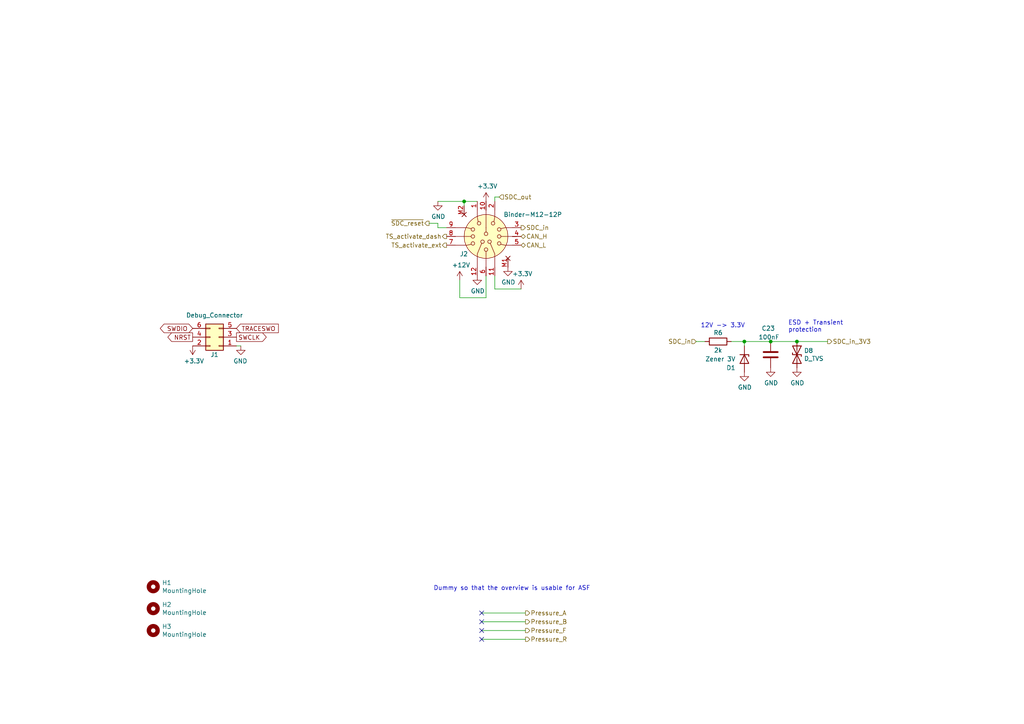
<source format=kicad_sch>
(kicad_sch (version 20211123) (generator eeschema)
  (paper "A4")
  (title_block (title "SDCL - Connections") (date "2021-12-16") (rev "v1.0") (company "FaSTTUBe - Formula Student Team TU Berlin") (comment 1 "Car 113") (comment 2 "EBS Electronics") (comment 3 "Electrical connections: Power, Programming, Buttons, CAN, SDC"))
  (lib_symbols
    (symbol "Connector_Generic:Conn_02x03_Odd_Even" (pin_names (offset 1.016) hide)
      (property "Reference" "J" (at 1.27 5.08 0))
      (property "Value" "Conn_02x03_Odd_Even" (at 1.27 -5.08 0))
      (symbol "Conn_02x03_Odd_Even_1_1"
        (rectangle (start -1.27 -2.413) (end 0 -2.667) (stroke (width 0.1524)))
        (rectangle (start -1.27 0.127) (end 0 -0.127) (stroke (width 0.1524)))
        (rectangle (start -1.27 2.667) (end 0 2.413) (stroke (width 0.1524)))
        (rectangle (start -1.27 3.81) (end 3.81 -3.81) (stroke (width 0.254)) (fill (type background)))
        (rectangle (start 3.81 -2.413) (end 2.54 -2.667) (stroke (width 0.1524)))
        (rectangle (start 3.81 0.127) (end 2.54 -0.127) (stroke (width 0.1524)))
        (rectangle (start 3.81 2.667) (end 2.54 2.413) (stroke (width 0.1524)))
        (pin passive line (at -5.08 2.54 0) (length 3.81) (name "Pin_1") (number "1"))
        (pin passive line (at 7.62 2.54 180) (length 3.81) (name "Pin_2") (number "2"))
        (pin passive line (at -5.08 0 0) (length 3.81) (name "Pin_3") (number "3"))
        (pin passive line (at 7.62 0 180) (length 3.81) (name "Pin_4") (number "4"))
        (pin passive line (at -5.08 -2.54 0) (length 3.81) (name "Pin_5") (number "5"))
        (pin passive line (at 7.62 -2.54 180) (length 3.81) (name "Pin_6") (number "6"))
      )
    )
    (symbol "Custom:Binder-M12-12P" (pin_names (offset 1.016))
      (property "Reference" "J" (at -6.985 -5.715 0))
      (property "Value" "Binder-M12-12P" (at 4.572 6.858 0))
      (symbol "Binder-M12-12P_0_1"
        (circle (center -3.81 2.032) (radius 0.508))
        (circle (center -1.016 -1.524) (radius 0.508))
        (circle (center 0 -3.81) (radius 0.508))
        (polyline (pts (xy -8.89 -2.54) (xy -6.35 -2.54)))
        (polyline (pts (xy -8.89 2.54) (xy -6.35 2.54)))
        (polyline (pts (xy -2.54 -5.08) (xy -2.54 -8.89)))
        (polyline (pts (xy -2.54 6.35) (xy -2.54 7.62)))
        (polyline (pts (xy -1.2446 -1.9558) (xy -2.54 -5.08)))
        (polyline (pts (xy 0 -4.318) (xy 0 -8.89)))
        (polyline (pts (xy 0 2.54) (xy 0 1.27)))
        (polyline (pts (xy 0 2.54) (xy 0 7.62)))
        (polyline (pts (xy 1.2192 -1.9812) (xy 2.54 -5.08)))
        (polyline (pts (xy 2.54 -5.08) (xy 2.54 -8.89)))
        (polyline (pts (xy 2.54 6.35) (xy 2.54 7.62)))
        (polyline (pts (xy 6.35 -2.54) (xy 7.62 -2.54)))
        (polyline (pts (xy 6.35 2.54) (xy 7.62 2.54)))
        (polyline (pts (xy -6.35 2.54) (xy -5.588 2.54) (xy -4.318 2.286)))
        (polyline (pts (xy 6.35 2.54) (xy 5.588 2.54) (xy 4.318 2.286)))
        (circle (center 0 0) (radius 6.35) (fill (type background)))
        (circle (center 0 0.762) (radius 0.508))
        (circle (center 1.016 -1.524) (radius 0.508))
        (circle (center 3.81 2.032) (radius 0.508))
      )
      (symbol "Binder-M12-12P_1_1"
        (circle (center -3.81 -2.032) (radius 0.508))
        (circle (center -3.81 0) (radius 0.508))
        (circle (center -2.032 3.81) (radius 0.508))
        (polyline (pts (xy -4.318 0) (xy -8.89 0)))
        (polyline (pts (xy 4.318 0) (xy 8.89 0)))
        (polyline (pts (xy -6.35 -2.54) (xy -5.588 -2.54) (xy -4.318 -2.286)))
        (polyline (pts (xy -2.54 6.35) (xy -2.54 5.588) (xy -2.286 4.318)))
        (polyline (pts (xy 2.54 6.35) (xy 2.54 5.588) (xy 2.286 4.318)))
        (polyline (pts (xy 6.35 -2.54) (xy 5.588 -2.54) (xy 4.318 -2.286)))
        (circle (center 2.032 3.81) (radius 0.508))
        (circle (center 3.81 -2.032) (radius 0.508))
        (circle (center 3.81 0) (radius 0.508))
        (pin passive line (at -2.54 10.16 270) (length 2.54) (name "~") (number "1"))
        (pin passive line (at 0 10.16 270) (length 2.54) (name "~") (number "10"))
        (pin passive line (at 2.54 -11.43 90) (length 2.54) (name "~") (number "11"))
        (pin passive line (at -2.54 -11.43 90) (length 2.54) (name "~") (number "12"))
        (pin passive line (at 2.54 10.16 270) (length 2.54) (name "~") (number "2"))
        (pin passive line (at 10.16 2.54 180) (length 2.54) (name "~") (number "3"))
        (pin passive line (at 10.16 0 180) (length 2.54) (name "~") (number "4"))
        (pin passive line (at 10.16 -2.54 180) (length 2.54) (name "~") (number "5"))
        (pin passive line (at 0 -11.43 90) (length 2.54) (name "~") (number "6"))
        (pin passive line (at -11.43 -2.54 0) (length 2.54) (name "~") (number "7"))
        (pin passive line (at -11.43 0 0) (length 2.54) (name "~") (number "8"))
        (pin passive line (at -11.43 2.54 0) (length 2.54) (name "~") (number "9"))
        (pin passive non_logic (at 6.35 -8.89 90) (length 2.54) (name "~") (number "M1"))
        (pin passive non_logic (at -6.35 8.89 270) (length 2.54) (name "~") (number "M2"))
      )
    )
    (symbol "Device:C" (pin_numbers hide) (pin_names (offset 0.254))
      (property "Reference" "C" (at 0.635 2.54 0))
      (property "Value" "C" (at 0.635 -2.54 0))
      (symbol "C_0_1"
        (polyline (pts (xy -2.032 -0.762) (xy 2.032 -0.762)) (stroke (width 0.508)))
        (polyline (pts (xy -2.032 0.762) (xy 2.032 0.762)) (stroke (width 0.508)))
      )
      (symbol "C_1_1"
        (pin passive line (at 0 3.81 270) (length 2.794) (name "~") (number "1"))
        (pin passive line (at 0 -3.81 90) (length 2.794) (name "~") (number "2"))
      )
    )
    (symbol "Device:D_TVS" (pin_numbers hide) (pin_names (offset 1.016) hide)
      (property "Reference" "D" (at 0 2.54 0))
      (property "Value" "D_TVS" (at 0 -2.54 0))
      (symbol "D_TVS_0_1"
        (polyline (pts (xy 1.27 0) (xy -1.27 0)))
        (polyline (pts (xy 0.508 1.27) (xy 0 1.27) (xy 0 -1.27) (xy -0.508 -1.27)) (stroke (width 0.254)))
        (polyline (pts (xy -2.54 1.27) (xy -2.54 -1.27) (xy 2.54 1.27) (xy 2.54 -1.27) (xy -2.54 1.27)) (stroke (width 0.254)))
      )
      (symbol "D_TVS_1_1"
        (pin passive line (at -3.81 0 0) (length 2.54) (name "A1") (number "1"))
        (pin passive line (at 3.81 0 180) (length 2.54) (name "A2") (number "2"))
      )
    )
    (symbol "Device:D_Zener" (pin_numbers hide) (pin_names (offset 1.016) hide)
      (property "Reference" "D" (at 0 2.54 0))
      (property "Value" "D_Zener" (at 0 -2.54 0))
      (symbol "D_Zener_0_1"
        (polyline (pts (xy 1.27 0) (xy -1.27 0)))
        (polyline (pts (xy -1.27 -1.27) (xy -1.27 1.27) (xy -0.762 1.27)) (stroke (width 0.254)))
        (polyline (pts (xy 1.27 -1.27) (xy 1.27 1.27) (xy -1.27 0) (xy 1.27 -1.27)) (stroke (width 0.254)))
      )
      (symbol "D_Zener_1_1"
        (pin passive line (at -3.81 0 0) (length 2.54) (name "K") (number "1"))
        (pin passive line (at 3.81 0 180) (length 2.54) (name "A") (number "2"))
      )
    )
    (symbol "Device:R" (pin_numbers hide) (pin_names (offset 0))
      (property "Reference" "R" (at 2.032 0 90))
      (property "Value" "R" (at 0 0 90))
      (symbol "R_0_1"
        (rectangle (start -1.016 -2.54) (end 1.016 2.54) (stroke (width 0.254)))
      )
      (symbol "R_1_1"
        (pin passive line (at 0 3.81 270) (length 1.27) (name "~") (number "1"))
        (pin passive line (at 0 -3.81 90) (length 1.27) (name "~") (number "2"))
      )
    )
    (symbol "Mechanical:MountingHole" (pin_names (offset 1.016))
      (property "Reference" "H" (at 0 5.08 0))
      (property "Value" "MountingHole" (at 0 3.175 0))
      (symbol "MountingHole_0_1"
        (circle (center 0 0) (radius 1.27) (stroke (width 1.27)))
      )
    )
    (symbol "power:+12V" (power) (pin_names (offset 0))
      (property "Value" "+12V" (at 0 3.556 0))
      (symbol "+12V_0_1"
        (polyline (pts (xy -0.762 1.27) (xy 0 2.54)))
        (polyline (pts (xy 0 0) (xy 0 2.54)))
        (polyline (pts (xy 0 2.54) (xy 0.762 1.27)))
      )
      (symbol "+12V_1_1"
        (pin power_in line (at 0 0 90) (length 0) hide (name "+12V") (number "1"))
      )
    )
    (symbol "power:+3.3V" (power) (pin_names (offset 0))
      (property "Value" "+3.3V" (at 0 3.556 0))
      (symbol "+3.3V_0_1"
        (polyline (pts (xy -0.762 1.27) (xy 0 2.54)))
        (polyline (pts (xy 0 0) (xy 0 2.54)))
        (polyline (pts (xy 0 2.54) (xy 0.762 1.27)))
      )
      (symbol "+3.3V_1_1"
        (pin power_in line (at 0 0 90) (length 0) hide (name "+3.3V") (number "1"))
      )
    )
    (symbol "power:GND" (power) (pin_names (offset 0))
      (property "Value" "GND" (at 0 -3.81 0))
      (symbol "GND_0_1"
        (polyline (pts (xy 0 0) (xy 0 -1.27) (xy 1.27 -1.27) (xy 0 -2.54) (xy -1.27 -1.27) (xy 0 -1.27)))
      )
      (symbol "GND_1_1"
        (pin power_in line (at 0 0 270) (length 0) hide (name "GND") (number "1"))
      )
    )
  )
  (junction (at 134.62 58.42))
  (junction (at 215.9 99.06))
  (junction (at 231.14 99.06))
  (junction (at 223.52 99.06))
  (no_connect (at 139.7 185.42))
  (no_connect (at 139.7 180.34))
  (no_connect (at 139.7 177.8))
  (no_connect (at 139.7 182.88))
  (wire (pts (xy 215.9 99.06) (xy 223.52 99.06)))
  (wire (pts (xy 134.62 58.42) (xy 138.43 58.42)))
  (wire (pts (xy 215.9 100.33) (xy 215.9 99.06)))
  (wire (pts (xy 143.51 83.82) (xy 151.13 83.82)))
  (wire (pts (xy 223.52 99.06) (xy 231.14 99.06)))
  (wire (pts (xy 139.7 177.8) (xy 152.4 177.8)))
  (wire (pts (xy 127 66.04) (xy 129.54 66.04)))
  (wire (pts (xy 201.93 99.06) (xy 204.47 99.06)))
  (wire (pts (xy 143.51 57.15) (xy 144.78 57.15)))
  (wire (pts (xy 133.35 86.36) (xy 140.97 86.36)))
  (wire (pts (xy 127 64.77) (xy 127 66.04)))
  (wire (pts (xy 143.51 58.42) (xy 143.51 57.15)))
  (wire (pts (xy 140.97 86.36) (xy 140.97 80.01)))
  (wire (pts (xy 124.46 64.77) (xy 127 64.77)))
  (wire (pts (xy 133.35 81.28) (xy 133.35 86.36)))
  (wire (pts (xy 139.7 185.42) (xy 152.4 185.42)))
  (wire (pts (xy 139.7 180.34) (xy 152.4 180.34)))
  (wire (pts (xy 231.14 99.06) (xy 240.03 99.06)))
  (wire (pts (xy 212.09 99.06) (xy 215.9 99.06)))
  (wire (pts (xy 69.85 100.33) (xy 68.58 100.33)))
  (wire (pts (xy 139.7 182.88) (xy 152.4 182.88)))
  (wire (pts (xy 143.51 80.01) (xy 143.51 83.82)))
  (wire (pts (xy 134.62 58.42) (xy 134.62 59.69)))
  (wire (pts (xy 127 58.42) (xy 134.62 58.42)))
  (text "Dummy so that the overview is usable for ASF" (at 125.73 171.45 0) (effects (font (size 1.27 1.27)) (justify left bottom)))
  (text "12V -> 3.3V" (at 203.2 95.25 0) (effects (font (size 1.27 1.27)) (justify left bottom)))
  (text "ESD + Transient\nprotection" (at 228.6 96.52 0) (effects (font (size 1.27 1.27)) (justify left bottom)))
  (global_label "TRACESWO" (shape input) (at 68.58 95.25 0) (property "Intersheet References" "${INTERSHEET_REFS}" (effects hide)))
  (global_label "NRST" (shape output) (at 55.88 97.79 180) (property "Intersheet References" "${INTERSHEET_REFS}" (effects hide)))
  (global_label "SWCLK" (shape output) (at 68.58 97.79 0) (property "Intersheet References" "${INTERSHEET_REFS}" (effects hide)))
  (global_label "SWDIO" (shape bidirectional) (at 55.88 95.25 180) (property "Intersheet References" "${INTERSHEET_REFS}" (effects hide)))
  (hierarchical_label "SDC_in_3V3" (shape output) (at 240.03 99.06 0))
  (hierarchical_label "Pressure_R" (shape output) (at 152.4 185.42 0))
  (hierarchical_label "SDC_out" (shape input) (at 144.78 57.15 0))
  (hierarchical_label "~{SDC_reset}" (shape output) (at 124.46 64.77 180))
  (hierarchical_label "TS_activate_dash" (shape output) (at 129.54 68.58 180))
  (hierarchical_label "Pressure_B" (shape output) (at 152.4 180.34 0))
  (hierarchical_label "SDC_in" (shape output) (at 151.13 66.04 0))
  (hierarchical_label "TS_activate_ext" (shape output) (at 129.54 71.12 180))
  (hierarchical_label "Pressure_F" (shape output) (at 152.4 182.88 0))
  (hierarchical_label "SDC_in" (shape input) (at 201.93 99.06 180))
  (hierarchical_label "CAN_H" (shape bidirectional) (at 151.13 68.58 0))
  (hierarchical_label "CAN_L" (shape bidirectional) (at 151.13 71.12 0))
  (hierarchical_label "Pressure_A" (shape output) (at 152.4 177.8 0))
  (symbol (lib_id "Device:R") (at 208.28 99.06 90) (mirror x) (unit 1)
    (property "Reference" "R6" (at 208.28 96.52 90))
    (property "Value" "2k" (at 208.28 101.6 90))
    (property "Footprint" "Resistor_SMD:R_0603_1608Metric_Pad1.05x0.95mm_HandSolder" (effects hide))
  )
  (symbol (lib_id "power:GND") (at 215.9 107.95 0) (unit 1)
    (property "Reference" "#PWR0101" (effects hide))
    (property "Value" "GND" (at 216.027 112.3442 0))
  )
  (symbol (lib_id "power:GND") (at 231.14 106.68 0) (unit 1)
    (property "Reference" "#PWR0102" (effects hide))
    (property "Value" "GND" (at 231.267 111.0742 0))
  )
  (symbol (lib_id "Device:C") (at 223.52 102.87 180) (unit 1)
    (property "Reference" "C23" (at 224.79 95.25 0) (effects (justify left)))
    (property "Value" "100nF" (at 226.06 97.79 0) (effects (justify left)))
    (property "Footprint" "Capacitor_SMD:C_0603_1608Metric_Pad1.05x0.95mm_HandSolder" (effects hide))
  )
  (symbol (lib_id "power:GND") (at 223.52 106.68 0) (unit 1)
    (property "Reference" "#PWR0104" (effects hide))
    (property "Value" "GND" (at 223.647 111.0742 0))
  )
  (symbol (lib_id "Device:D_TVS") (at 231.14 102.87 270) (unit 1)
    (property "Reference" "D8" (at 233.172 101.7016 90) (effects (justify left)))
    (property "Value" "D_TVS" (at 233.172 104.013 90) (effects (justify left)))
    (property "Footprint" "Diode_SMD:D_SOD-323_HandSoldering" (effects hide))
  )
  (symbol (lib_id "Mechanical:MountingHole") (at 44.45 170.18 0) (unit 1)
    (property "Reference" "H1" (at 46.99 169.0116 0) (effects (justify left)))
    (property "Value" "MountingHole" (at 46.99 171.323 0) (effects (justify left)))
    (property "Footprint" "MountingHole:MountingHole_3.2mm_M3" (effects hide))
  )
  (symbol (lib_id "Mechanical:MountingHole") (at 44.45 176.53 0) (unit 1)
    (property "Reference" "H2" (at 46.99 175.3616 0) (effects (justify left)))
    (property "Value" "MountingHole" (at 46.99 177.673 0) (effects (justify left)))
    (property "Footprint" "MountingHole:MountingHole_3.2mm_M3" (effects hide))
  )
  (symbol (lib_id "Mechanical:MountingHole") (at 44.45 182.88 0) (unit 1)
    (property "Reference" "H3" (at 46.99 181.7116 0) (effects (justify left)))
    (property "Value" "MountingHole" (at 46.99 184.023 0) (effects (justify left)))
    (property "Footprint" "MountingHole:MountingHole_3.2mm_M3" (effects hide))
  )
  (symbol (lib_id "power:+3.3V") (at 140.97 58.42 0) (unit 1)
    (property "Reference" "#PWR0105" (effects hide))
    (property "Value" "+3.3V" (at 141.351 54.0258 0))
  )
  (symbol (lib_id "power:+12V") (at 133.35 81.28 0) (unit 1)
    (property "Reference" "#PWR0106" (effects hide))
    (property "Value" "+12V" (at 133.731 76.8858 0))
  )
  (symbol (lib_id "Connector_Generic:Conn_02x03_Odd_Even") (at 63.5 97.79 180) (unit 1)
    (property "Reference" "J1" (at 62.23 102.87 0))
    (property "Value" "Debug_Connector" (at 62.23 91.44 0))
    (property "Footprint" "Connector_PinHeader_2.54mm:PinHeader_2x03_P2.54mm_Horizontal" (effects hide))
  )
  (symbol (lib_id "power:+3.3V") (at 55.88 100.33 0) (mirror x) (unit 1)
    (property "Reference" "#PWR0141" (effects hide))
    (property "Value" "+3.3V" (at 56.261 104.7242 0))
  )
  (symbol (lib_id "power:GND") (at 69.85 100.33 0) (mirror y) (unit 1)
    (property "Reference" "#PWR0164" (effects hide))
    (property "Value" "GND" (at 69.723 104.7242 0))
  )
  (symbol (lib_id "power:GND") (at 138.43 80.01 0) (unit 1)
    (property "Reference" "#PWR0110" (effects hide))
    (property "Value" "GND" (at 138.557 84.4042 0))
  )
  (symbol (lib_id "power:GND") (at 147.32 77.47 0) (unit 1)
    (property "Reference" "#PWR0121" (effects hide))
    (property "Value" "GND" (at 147.447 81.8642 0))
  )
  (symbol (lib_id "Custom:Binder-M12-12P") (at 140.97 68.58 0) (unit 1)
    (property "Reference" "J2" (at 133.35 73.66 0) (effects (justify left)))
    (property "Value" "Binder-M12-12P" (at 146.05 62.23 0) (effects (justify left)))
    (property "Footprint" "Custom:Binder_M12-A_12P_Female_NoSilk" (effects hide))
    (property "Datasheet" "http://www.mouser.com/ds/2/18/40_c091_abd_e-75918.pdf" (effects hide))
  )
  (symbol (lib_id "power:GND") (at 127 58.42 0) (unit 1)
    (property "Reference" "#PWR0114" (effects hide))
    (property "Value" "GND" (at 127.127 62.8142 0))
  )
  (symbol (lib_id "power:+3.3V") (at 151.13 83.82 0) (unit 1)
    (property "Reference" "#PWR0165" (effects hide))
    (property "Value" "+3.3V" (at 151.511 79.4258 0))
  )
  (symbol (lib_id "Device:D_Zener") (at 215.9 104.14 270) (unit 1)
    (property "Reference" "D1" (at 213.36 106.68 90) (effects (justify right)))
    (property "Value" "Zener 3V" (at 213.36 104.14 90) (effects (justify right)))
    (property "Footprint" "Diode_SMD:D_SOD-323_HandSoldering" (effects hide))
  )
)
</source>
